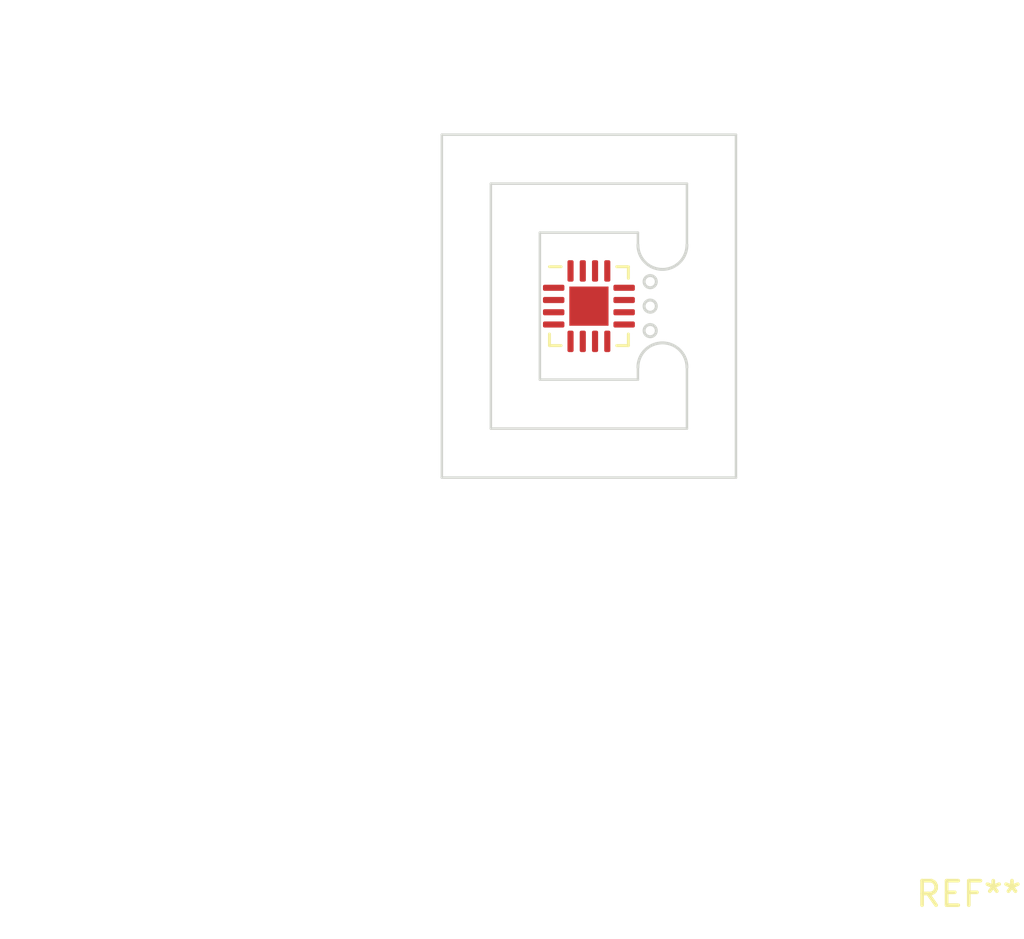
<source format=kicad_pcb>
(kicad_pcb (version 20221018) (generator pcbnew)
  (layers (0 "F.Cu" signal) (31 "B.Cu" signal) (34 "B.Paste" user) (35 "F.Paste" user) (36 "B.SilkS" user "B.Silkscreen") (37 "F.SilkS" user "F.Silkscreen") (38 "B.Mask" user) (39 "F.Mask" user) (44 "Edge.Cuts" user))
  (net 0 "")
  (footprint "custom_kicad_lib_sk:mousebite" (layer "F.Cu") (at 200.5 99 90)
    (fp_text reference "REF**" hide)
    (fp_text value "mousebite" hide)
    (fp_arc (start -2 -1) (mid -1 0) (end -2 1) (stroke (width 0.12)) (layer "Edge.Cuts"))
    (fp_arc (start 3 1) (mid 2 0) (end 3 -1) (stroke (width 0.12)) (layer "Edge.Cuts"))
    (fp_circle (center -0.5 -0.5) (end -0.25 -0.5) (stroke (width 0.12)) (fill none) (layer "Edge.Cuts"))
    (fp_circle (center 0.5 -0.5) (end 0.75 -0.5) (stroke (width 0.12)) (fill none) (layer "Edge.Cuts"))
    (fp_circle (center 1.5 -0.5) (end 1.75 -0.5) (stroke (width 0.12)) (fill none) (layer "Edge.Cuts"))
  )
  (footprint "Package_DFN_QFN:TQFN-16-1EP_3x3mm_P0.5mm_EP1.6x1.6mm" (layer "F.Cu") (at 197.5 98.5)
    (fp_text reference "REF**" (at 15.5 24) (layer "F.SilkS"))
    (fp_text value "TQFN-16-1EP_3x3mm_P0.5mm_EP1.6x1.6mm")
    (fp_line (start -1.61 1.61) (end -1.61 1.135) (stroke (width 0.12)) (layer "F.SilkS"))
    (fp_line (start -1.135 -1.61) (end -1.61 -1.61) (stroke (width 0.12)) (layer "F.SilkS"))
    (fp_line (start -1.135 1.61) (end -1.61 1.61) (stroke (width 0.12)) (layer "F.SilkS"))
    (fp_line (start 1.135 -1.61) (end 1.61 -1.61) (stroke (width 0.12)) (layer "F.SilkS"))
    (fp_line (start 1.135 1.61) (end 1.61 1.61) (stroke (width 0.12)) (layer "F.SilkS"))
    (fp_line (start 1.61 -1.61) (end 1.61 -1.135) (stroke (width 0.12)) (layer "F.SilkS"))
    (fp_line (start 1.61 1.61) (end 1.61 1.135) (stroke (width 0.12)) (layer "F.SilkS"))
    (pad "1" smd roundrect (at -1.4375 -0.75) (size 0.875 0.25) (layers "F.Cu" "F.Paste" "F.Mask"))
    (pad "2" smd roundrect (at -1.4375 -0.25) (size 0.875 0.25) (layers "F.Cu" "F.Paste" "F.Mask"))
    (pad "3" smd roundrect (at -1.4375 0.25) (size 0.875 0.25) (layers "F.Cu" "F.Paste" "F.Mask"))
    (pad "4" smd roundrect (at -1.4375 0.75) (size 0.875 0.25) (layers "F.Cu" "F.Paste" "F.Mask"))
    (pad "5" smd roundrect (at -0.75 1.4375) (size 0.25 0.875) (layers "F.Cu" "F.Paste" "F.Mask"))
    (pad "6" smd roundrect (at -0.25 1.4375) (size 0.25 0.875) (layers "F.Cu" "F.Paste" "F.Mask"))
    (pad "7" smd roundrect (at 0.25 1.4375) (size 0.25 0.875) (layers "F.Cu" "F.Paste" "F.Mask"))
    (pad "8" smd roundrect (at 0.75 1.4375) (size 0.25 0.875) (layers "F.Cu" "F.Paste" "F.Mask"))
    (pad "9" smd roundrect (at 1.4375 0.75) (size 0.875 0.25) (layers "F.Cu" "F.Paste" "F.Mask"))
    (pad "10" smd roundrect (at 1.4375 0.25) (size 0.875 0.25) (layers "F.Cu" "F.Paste" "F.Mask"))
    (pad "11" smd roundrect (at 1.4375 -0.25) (size 0.875 0.25) (layers "F.Cu" "F.Paste" "F.Mask"))
    (pad "12" smd roundrect (at 1.4375 -0.75) (size 0.875 0.25) (layers "F.Cu" "F.Paste" "F.Mask"))
    (pad "13" smd roundrect (at 0.75 -1.4375) (size 0.25 0.875) (layers "F.Cu" "F.Paste" "F.Mask"))
    (pad "14" smd roundrect (at 0.25 -1.4375) (size 0.25 0.875) (layers "F.Cu" "F.Paste" "F.Mask"))
    (pad "15" smd roundrect (at -0.25 -1.4375) (size 0.25 0.875) (layers "F.Cu" "F.Paste" "F.Mask"))
    (pad "16" smd roundrect (at -0.75 -1.4375) (size 0.25 0.875) (layers "F.Cu" "F.Paste" "F.Mask"))
    (pad "17" smd rect (at 0 0) (size 1.6 1.6) (layers "F.Cu" "F.Mask"))
  )
  (gr_line (start 191.5 105.5) (end 191.5 91.5) (stroke (width 0.1)) (layer "Edge.Cuts"))
  (gr_line (start 193.5 103.5) (end 193.5 93.5) (stroke (width 0.1)) (layer "Edge.Cuts"))
  (gr_line (start 199.5 95.5) (end 199.5 96) (stroke (width 0.1)) (layer "Edge.Cuts"))
  (gr_line (start 193.5 93.5) (end 201.5 93.5) (stroke (width 0.1)) (layer "Edge.Cuts"))
  (gr_line (start 191.5 91.5) (end 203.5 91.5) (stroke (width 0.1)) (layer "Edge.Cuts"))
  (gr_line (start 195.5 95.5) (end 199.5 95.5) (stroke (width 0.1)) (layer "Edge.Cuts"))
  (gr_line (start 195.5 101.5) (end 195.5 95.5) (stroke (width 0.1)) (layer "Edge.Cuts"))
  (gr_line (start 203.5 105.5) (end 191.5 105.5) (stroke (width 0.1)) (layer "Edge.Cuts"))
  (gr_line (start 201.5 93.5) (end 201.5 96) (stroke (width 0.1)) (layer "Edge.Cuts"))
  (gr_line (start 199.5 101.5) (end 199.5 101) (stroke (width 0.1)) (layer "Edge.Cuts"))
  (gr_line (start 203.5 91.5) (end 203.5 105.5) (stroke (width 0.1)) (layer "Edge.Cuts"))
  (gr_line (start 201.5 103.5) (end 193.5 103.5) (stroke (width 0.1)) (layer "Edge.Cuts"))
  (gr_line (start 201.5 101) (end 201.5 103.5) (stroke (width 0.1)) (layer "Edge.Cuts"))
  (gr_line (start 195.5 101.5) (end 199.5 101.5) (stroke (width 0.1)) (layer "Edge.Cuts"))
)
</source>
